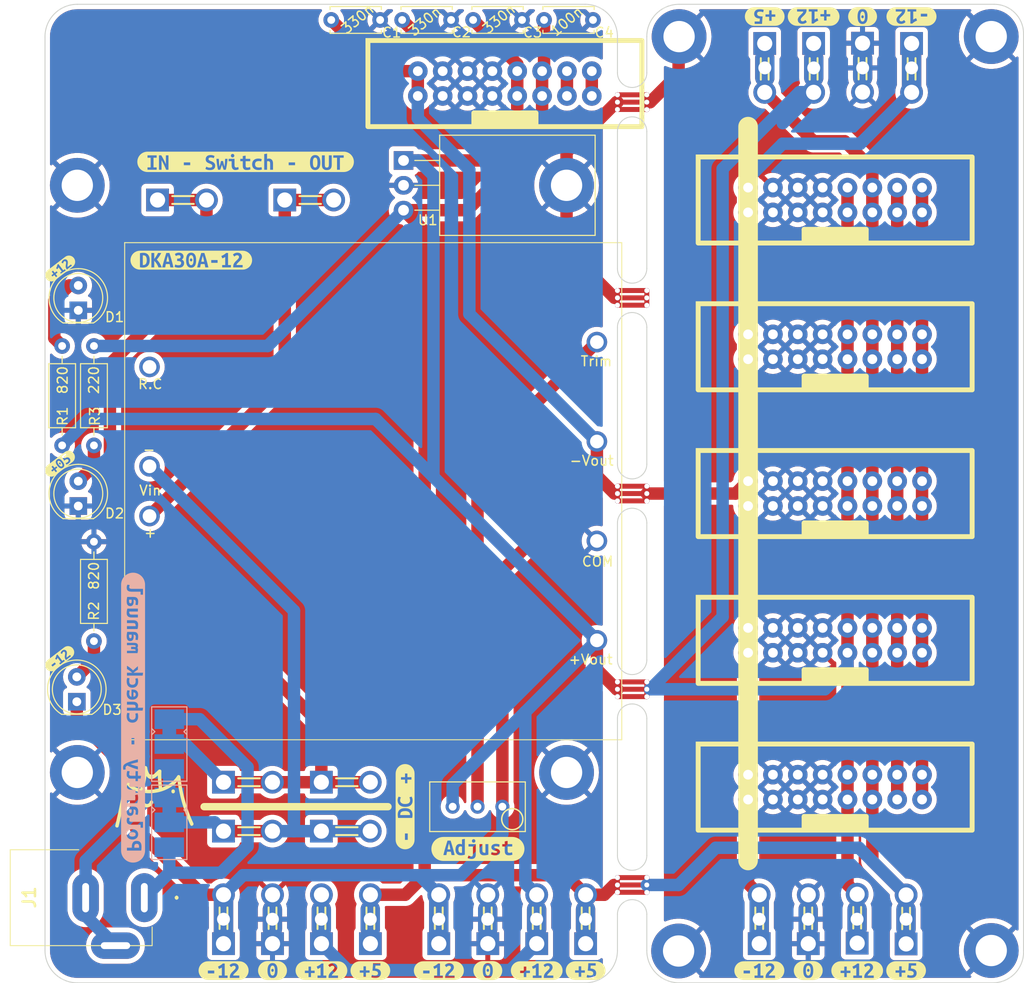
<source format=kicad_pcb>
(kicad_pcb (version 20211014) (generator pcbnew)
  (title_block (title "Chocolate") (date "2022-05-25") (rev "1.2") (company "Noise Kitchen") (comment 1 "Designed by Antonín Gazda for") (comment 2 "modu.monster/chocolate"))
  (layers (0 "F.Cu" signal) (31 "B.Cu" signal) (34 "B.Paste" user) (35 "F.Paste" user) (36 "B.SilkS" user "B.Silkscreen") (37 "F.SilkS" user "F.Silkscreen") (38 "B.Mask" user) (39 "F.Mask" user) (44 "Edge.Cuts" user))
  (net 0 "")
  (net 1 "+12V")
  (net 2 "GND")
  (net 3 "-12V")
  (net 4 "+5V")
  (net 5 "Net-(D1-Pad2)")
  (net 6 "Net-(D2-Pad2)")
  (net 7 "Net-(D3-Pad2)")
  (net 8 "barrel_tip")
  (net 9 "GATE")
  (net 10 "CV")
  (net 11 "+Vin_sw")
  (net 12 "-Vin")
  (net 14 "Net-(PS1-Pad8)")
  (net 15 "GATE_x")
  (net 16 "CV_x")
  (net 17 "barrel_sleeve")
  (net 18 "+Vin")
  (footprint "SamacSys_Parts:163179PHEX" (layer "F.Cu") (at 5 42.665)
    (fp_text reference "J1")
    (fp_text value "163-179PH-EX" hide)
  )
  (footprint "kibuzzard-62681944" (layer "F.Cu") (at 1.55 -23 37.5)
    (fp_text reference "kibuzzard-62681944" hide)
    (fp_text value "G***" hide)
  )
  (footprint "SamacSys_Parts:23765952" (layer "F.Cu") (at 50.25 45.9995 90)
    (fp_text reference "J11" hide)
    (fp_text value "Conn_01x01_Male" hide)
  )
  (footprint "kibuzzard-625DD7F9" (layer "F.Cu") (at 88 48.75)
    (fp_text reference "kibuzzard-625DD7F9" hide)
    (fp_text value "G***" hide)
  )
  (footprint "SamacSys_Parts:23765952" (layer "F.Cu") (at 28.24 29.5)
    (fp_text reference "J6" hide)
    (fp_text value "Conn_01x01_Male" hide)
  )
  (footprint "SamacSys_Parts:DKA30A12" (layer "F.Cu") (at 46.06 -22.92)
    (fp_text reference "PS1" hide)
    (fp_text value "DKA30A-12" hide)
  )
  (footprint "MountingHole:MountingHole_3.2mm_M3_DIN965_Pad" (layer "F.Cu") (at 3.3 -31.5)
    (fp_text reference "REF**" hide)
    (fp_text value "MountingHole_3.2mm_M3_DIN965_Pad" hide)
  )
  (footprint "SamacSys_Parts:23765952" (layer "F.Cu") (at 18.24 45.9995 90)
    (fp_text reference "J14" hide)
    (fp_text value "Conn_01x01_Male" hide)
  )
  (footprint "kibuzzard-625DD859" (layer "F.Cu") (at 45.25 48.75)
    (fp_text reference "kibuzzard-625DD859" hide)
    (fp_text value "G***" hide)
  )
  (footprint "SamacSys_Parts:16PinHeader-edgetoedge" (layer "F.Cu") (at 80.75 -15)
    (fp_text reference "J30" hide)
    (fp_text value "09185166324" hide)
  )
  (footprint "MountingHole:MountingHole_3.2mm_M3_DIN965_Pad" (layer "F.Cu") (at 3.3 28.5)
    (fp_text reference "REF**" hide)
    (fp_text value "MountingHole_3.2mm_M3_DIN965_Pad" hide)
  )
  (footprint "kibuzzard-625DD859" (layer "F.Cu") (at 83.55 -48.75 180)
    (fp_text reference "kibuzzard-625DD859" hide)
    (fp_text value "G***" hide)
  )
  (footprint "SamacSys_Parts:16PinHeader-edgetoedge" (layer "F.Cu") (at 47 -41.9)
    (fp_text reference "J18" hide)
    (fp_text value "09185166324" hide)
  )
  (footprint "LED_THT:LED_D5.0mm" (layer "F.Cu") (at 3.4 -18.725 90)
    (fp_text reference "D1")
    (fp_text value "LED")
  )
  (footprint "SamacSys_Parts:23765952" (layer "F.Cu") (at 83.548 -46.0215 -90)
    (fp_text reference "J24" hide)
    (fp_text value "Conn_01x01_Male" hide)
  )
  (footprint "SamacSys_Parts:23765952" (layer "F.Cu") (at 18.24 29.5)
    (fp_text reference "J4" hide)
    (fp_text value "Conn_01x01_Male" hide)
  )
  (footprint "SamacSys_Parts:23765952" (layer "F.Cu") (at 83 45.9495 90)
    (fp_text reference "J21" hide)
    (fp_text value "Conn_01x01_Male" hide)
  )
  (footprint "Panelization:mouse-bite-3mm-slot" (layer "F.Cu") (at 60 40 90)
    (fp_text reference "mouse-bite-3mm-slot" hide)
    (fp_text value "VAL**" hide)
    (fp_arc (start 3 1.5) (mid 1.5 0) (end 3 -1.5) (layer "Edge.Cuts") (width 0.1))
    (fp_arc (start -3 -1.5) (mid -1.5 0) (end -3 1.5) (layer "Edge.Cuts") (width 0.1))
  )
  (footprint "SamacSys_Parts:23765952" (layer "F.Cu") (at 88.002 46.0215 90)
    (fp_text reference "J19" hide)
    (fp_text value "Conn_01x01_Male" hide)
  )
  (footprint "SamacSys_Parts:23765952" (layer "F.Cu") (at 78 45.9995 90)
    (fp_text reference "J23" hide)
    (fp_text value "Conn_01x01_Male" hide)
  )
  (footprint "MountingHole:MountingHole_3.2mm_M3_DIN965_Pad" (layer "F.Cu") (at 96.7 46.7)
    (fp_text reference "REF**" hide)
    (fp_text value "MountingHole_3.2mm_M3_DIN965_Pad" hide)
  )
  (footprint "kibuzzard-625DD7F9" (layer "F.Cu") (at 55.25 48.75)
    (fp_text reference "kibuzzard-625DD7F9" hide)
    (fp_text value "G***" hide)
  )
  (footprint "Resistor_THT:R_Axial_DIN0207_L6.3mm_D2.5mm_P10.16mm_Horizontal" (layer "F.Cu") (at 5 -15.08 -90)
    (fp_text reference "R3")
    (fp_text value "220")
  )
  (footprint "Capacitor_THT:C_Disc_D5.0mm_W2.5mm_P5.00mm" (layer "F.Cu") (at 36.5 -48.4)
    (fp_text reference "C2")
    (fp_text value "330n")
  )
  (footprint "SamacSys_Parts:16PinHeader-edgetoedge" (layer "F.Cu") (at 80.75 0)
    (fp_text reference "J31" hide)
    (fp_text value "09185166324" hide)
  )
  (footprint "SamacSys_Parts:16PinHeader-edgetoedge" (layer "F.Cu") (at 80.75 15)
    (fp_text reference "J32" hide)
    (fp_text value "09185166324" hide)
  )
  (footprint "Resistor_THT:R_Axial_DIN0207_L6.3mm_D2.5mm_P10.16mm_Horizontal" (layer "F.Cu") (at 5 15.08 90)
    (fp_text reference "R2")
    (fp_text value "820")
  )
  (footprint "SamacSys_Parts:23765952" (layer "F.Cu") (at 45.25 45.9995 90)
    (fp_text reference "J13" hide)
    (fp_text value "Conn_01x01_Male" hide)
  )
  (footprint "Resistor_THT:R_Axial_DIN0207_L6.3mm_D2.5mm_P10.16mm_Horizontal" (layer "F.Cu") (at 1.75 -4.92 90)
    (fp_text reference "R1")
    (fp_text value "820")
  )
  (footprint "Panelization:mouse-bite-3mm-slot" (layer "F.Cu") (at 60 -40 90)
    (fp_text reference "mouse-bite-3mm-slot" hide)
    (fp_text value "VAL**" hide)
    (fp_arc (start 3 1.5) (mid 1.5 0) (end 3 -1.5) (layer "Edge.Cuts") (width 0.1))
    (fp_arc (start -3 -1.5) (mid -1.5 0) (end -3 1.5) (layer "Edge.Cuts") (width 0.1))
  )
  (footprint "ModuEurorack:Teblock04" (layer "F.Cu") (at 18.24 43.5)
    (fp_text reference "J16" hide)
    (fp_text value "Screw_Terminal_01x04" hide)
  )
  (footprint "kibuzzard-625DD823" (layer "F.Cu") (at 78.55 -48.75 180)
    (fp_text reference "kibuzzard-625DD823" hide)
    (fp_text value "G***" hide)
  )
  (footprint "Panelization:mouse-bite-3mm-slot" (layer "F.Cu") (at 60 -20 90)
    (fp_text reference "mouse-bite-3mm-slot" hide)
    (fp_text value "VAL**" hide)
    (fp_arc (start -3 -1.5) (mid -1.5 0) (end -3 1.5) (layer "Edge.Cuts") (width 0.1))
    (fp_arc (start 3 1.5) (mid 1.5 0) (end 3 -1.5) (layer "Edge.Cuts") (width 0.1))
  )
  (footprint "MountingHole:MountingHole_3.2mm_M3_DIN965_Pad" (layer "F.Cu") (at 53.3 -31.5)
    (fp_text reference "REF**" hide)
    (fp_text value "MountingHole_3.2mm_M3_DIN965_Pad" hide)
  )
  (footprint "kibuzzard-626836F6" (layer "F.Cu") (at 14.95 -23.85)
    (fp_text reference "kibuzzard-626836F6" hide)
    (fp_text value "G***" hide)
  )
  (footprint "SamacSys_Parts:23765952" (layer "F.Cu") (at 73.55 -45.9995 -90)
    (fp_text reference "J20" hide)
    (fp_text value "Conn_01x01_Male" hide)
  )
  (footprint "SamacSys_Parts:23765952" (layer "F.Cu") (at 24.5005 -30)
    (fp_text reference "J3" hide)
    (fp_text value "Conn_01x01_Male" hide)
  )
  (footprint "kibuzzard-626837AF" (layer "F.Cu") (at 44.24 36.32)
    (fp_text reference "kibuzzard-626837AF" hide)
    (fp_text value "G***" hide)
  )
  (footprint "kibuzzard-626819BC" (layer "F.Cu") (at 1.5 16.875 37.5)
    (fp_text reference "kibuzzard-626819BC" hide)
    (fp_text value "G***" hide)
  )
  (footprint "SamacSys_Parts:16PinHeader-edgetoedge" (layer "F.Cu") (at 80.75 -30)
    (fp_text reference "J29" hide)
    (fp_text value "09185166324" hide)
  )
  (footprint "MountingHole:MountingHole_3.2mm_M3_DIN965_Pad" (layer "F.Cu") (at 64.75 46.75)
    (fp_text reference "REF**" hide)
    (fp_text value "MountingHole_3.2mm_M3_DIN965_Pad" hide)
  )
  (footprint "SamacSys_Parts:23765952" (layer "F.Cu") (at 23.25 45.9995 90)
    (fp_text reference "J12" hide)
    (fp_text value "Conn_01x01_Male" hide)
  )
  (footprint "kibuzzard-625DD865" (layer "F.Cu") (at 18.25 48.75)
    (fp_text reference "kibuzzard-625DD865" hide)
    (fp_text value "G***" hide)
  )
  (footprint "SamacSys_Parts:23765952" (layer "F.Cu") (at 55.25 45.9995 90)
    (fp_text reference "J9" hide)
    (fp_text value "Conn_01x01_Male" hide)
  )
  (footprint "MountingHole:MountingHole_3.2mm_M3_DIN965_Pad" (layer "F.Cu") (at 64.8 -46.7)
    (fp_text reference "REF**" hide)
    (fp_text value "MountingHole_3.2mm_M3_DIN965_Pad" hide)
  )
  (footprint "kibuzzard-625DD7F9" (layer "F.Cu") (at 73.55 -48.75 180)
    (fp_text reference "kibuzzard-625DD7F9" hide)
    (fp_text value "G***" hide)
  )
  (footprint "Package_TO_SOT_THT:TO-220-3_Horizontal_TabDown" (layer "F.Cu") (at 36.64 -34.04 -90)
    (fp_text reference "U1")
    (fp_text value "L7805")
  )
  (footprint "SamacSys_Parts:23765952" (layer "F.Cu") (at 40.24 45.9995 90)
    (fp_text reference "J15" hide)
    (fp_text value "Conn_01x01_Male" hide)
  )
  (footprint "SamacSys_Parts:23765952" (layer "F.Cu") (at 28.24 34.5)
    (fp_text reference "J7" hide)
    (fp_text value "Conn_01x01_Male" hide)
  )
  (footprint "Potentiometer_THT:Potentiometer_Bourns_3296W_Vertical" (layer "F.Cu") (at 46.74 32)
    (fp_text reference "RV1" hide)
    (fp_text value "500k")
  )
  (footprint "Capacitor_THT:C_Disc_D5.0mm_W2.5mm_P5.00mm" (layer "F.Cu") (at 43.75 -48.4)
    (fp_text reference "C3")
    (fp_text value "330n")
  )
  (footprint "SamacSys_Parts:23765952" (layer "F.Cu") (at 11.5005 -30)
    (fp_text reference "J2" hide)
    (fp_text value "Conn_01x01_Male" hide)
  )
  (footprint "kibuzzard-625DD865" (layer "F.Cu") (at 73 48.75)
    (fp_text reference "kibuzzard-625DD865" hide)
    (fp_text value "G***" hide)
  )
  (footprint "SamacSys_Parts:23765952" (layer "F.Cu") (at 78.55 -45.9995 -90)
    (fp_text reference "J22" hide)
    (fp_text value "Conn_01x01_Male" hide)
  )
  (footprint "kibuzzard-62681B63" (layer "F.Cu") (at 36.8 32 90)
    (fp_text reference "kibuzzard-62681B63" hide)
    (fp_text value "G***" hide)
  )
  (footprint "LED_THT:LED_D5.0mm" (layer "F.Cu") (at 3.4 1.275 90)
    (fp_text reference "D2")
    (fp_text value "LED")
  )
  (footprint "SamacSys_Parts:23765952" (layer "F.Cu") (at 18.24 34.5)
    (fp_text reference "J5" hide)
    (fp_text value "Conn_01x01_Male" hide)
  )
  (footprint "SamacSys_Parts:16PinHeader-edgetoedge" (layer "F.Cu") (at 80.75 30)
    (fp_text reference "J33" hide)
    (fp_text value "09185166324" hide)
  )
  (footprint "ModuEurorack:Teblock04" (layer "F.Cu") (at 40.24 43.5)
    (fp_text reference "J17" hide)
    (fp_text value "Screw_Terminal_01x04" hide)
  )
  (footprint "SamacSys_Parts:23765952" (layer "F.Cu") (at 33.25 45.9995 90)
    (fp_text reference "J8" hide)
    (fp_text value "Conn_01x01_Male" hide)
  )
  (footprint "Capacitor_THT:C_Disc_D5.0mm_W2.5mm_P5.00mm" (layer "F.Cu") (at 29.25 -48.4)
    (fp_text reference "C1")
    (fp_text value "330n")
  )
  (footprint "kibuzzard-62681962" (layer "F.Cu") (at 1.525 -3.05 37.5)
    (fp_text reference "kibuzzard-62681962" hide)
    (fp_text value "G***" hide)
  )
  (footprint "Panelization:mouse-bite-3mm-slot" (layer "F.Cu") (at 60 0 90)
    (fp_text reference "mouse-bite-3mm-slot" hide)
    (fp_text value "VAL**" hide)
    (fp_arc (start 3 1.5) (mid 1.5 0) (end 3 -1.5) (layer "Edge.Cuts") (width 0.1))
    (fp_arc (start -3 -1.5) (mid -1.5 0) (end -3 1.5) (layer "Edge.Cuts") (width 0.1))
  )
  (footprint "SamacSys_Parts:23765952" (layer "F.Cu") (at 88.56 -45.9995 -90)
    (fp_text reference "J26" hide)
    (fp_text value "Conn_01x01_Male" hide)
  )
  (footprint "kibuzzard-625DD823" (layer "F.Cu") (at 50.25 48.75)
    (fp_text reference "kibuzzard-625DD823" hide)
    (fp_text value "G***" hide)
  )
  (footprint "LED_THT:LED_D5.0mm" (layer "F.Cu") (at 3.25 21.275 90)
    (fp_text reference "D3")
    (fp_text value "LED")
  )
  (footprint "kibuzzard-625DD823" (layer "F.Cu") (at 28.25 48.75)
    (fp_text reference "kibuzzard-625DD823" hide)
    (fp_text value "G***" hide)
  )
  (footprint "kibuzzard-625DD823" (layer "F.Cu") (at 83 48.75)
    (fp_text reference "kibuzzard-625DD823" hide)
    (fp_text value "G***" hide)
  )
  (footprint "Capacitor_THT:C_Disc_D5.0mm_W2.5mm_P5.00mm" (layer "F.Cu") (at 51 -48.4)
    (fp_text reference "C4")
    (fp_text value "100n")
  )
  (footprint "kibuzzard-625DD7F9" (layer "F.Cu") (at 33.25 48.75)
    (fp_text reference "kibuzzard-625DD7F9" hide)
    (fp_text value "G***" hide)
  )
  (footprint "kibuzzard-6277EFC0" (layer "F.Cu") (at 20.5 -33.9)
    (fp_text reference "kibuzzard-6277EFC0" hide)
    (fp_text value "G***" hide)
  )
  (footprint "MountingHole:MountingHole_3.2mm_M3_DIN965_Pad" (layer "F.Cu") (at 53.3 28.5 90)
    (fp_text reference "REF**" hide)
    (fp_text value "MountingHole_3.2mm_M3_DIN965_Pad" hide)
  )
  (footprint "LOGO" (layer "F.Cu") (at 11.176 30.988)
    (fp_text reference "G***" hide)
    (fp_text value "LOGO" hide)
  )
  (footprint "ModuEurorack:Teblock04" (layer "F.Cu") (at 72.99 43.5)
    (fp_text reference "J27" hide)
    (fp_text value "Screw_Terminal_01x04" hide)
  )
  (footprint "kibuzzard-625DD859" (layer "F.Cu") (at 78 48.75)
    (fp_text reference "kibuzzard-625DD859" hide)
    (fp_text value "G***" hide)
  )
  (footprint "Panelization:mouse-bite-3mm-slot" (layer "F.Cu") (at 60 20 90)
    (fp_text reference "mouse-bite-3mm-slot" hide)
    (fp_text value "VAL**" hide)
    (fp_arc (start 3 1.5) (mid 1.5 0) (end 3 -1.5) (layer "Edge.Cuts") (width 0.1))
    (fp_arc (start -3 -1.5) (mid -1.5 0) (end -3 1.5) (layer "Edge.Cuts") (width 0.1))
  )
  (footprint "kibuzzard-625DD859" (layer "F.Cu") (at 23.25 48.75)
    (fp_text reference "kibuzzard-625DD859" hide)
    (fp_text value "G***" hide)
  )
  (footprint "SamacSys_Parts:23765952" (layer "F.Cu") (at 72.99 45.9995 90)
    (fp_text reference "J25" hide)
    (fp_text value "Conn_01x01_Male" hide)
  )
  (footprint "ModuEurorack:Teblock04" (layer "F.Cu") (at 88.56 -43.5 180)
    (fp_text reference "J28" hide)
    (fp_text value "Screw_Terminal_01x04" hide)
  )
  (footprint "MountingHole:MountingHole_3.2mm_M3_DIN965_Pad" (layer "F.Cu") (at 96.7 -46.7)
    (fp_text reference "REF**" hide)
    (fp_text value "MountingHole_3.2mm_M3_DIN965_Pad" hide)
  )
  (footprint "kibuzzard-625DD865" (layer "F.Cu") (at 88.55 -48.75 180)
    (fp_text reference "kibuzzard-625DD865" hide)
    (fp_text value "G***" hide)
  )
  (footprint "SamacSys_Parts:23765952" (layer "F.Cu") (at 28.25 45.9995 90)
    (fp_text reference "J10" hide)
    (fp_text value "Conn_01x01_Male" hide)
  )
  (footprint "kibuzzard-625DD865" (layer "F.Cu") (at 40.25 48.75)
    (fp_text reference "kibuzzard-625DD865" hide)
    (fp_text value "G***" hide)
  )
  (footprint "ModuEurorack:SolderJumper-3_P1.3mm_Bridged12_Pad-BIG" (layer "B.Cu") (at 12.7 25.6 -90)
    (fp_text reference "JP1" hide)
    (fp_text value "Jumper_3_Bridged12" hide)
  )
  (footprint "ModuEurorack:SolderJumper-3_P1.3mm_Bridged12_Pad-BIG" (layer "B.Cu") (at 12.7 33.6 -90)
    (fp_text reference "JP2" hide)
    (fp_text value "Jumper_3_Bridged12" hide)
  )
  (footprint "kibuzzard-6277EF73" (layer "B.Cu") (at 9 22.9 90)
    (fp_text reference "kibuzzard-6277EF73" hide)
    (fp_text value "G***" hide)
  )
  (gr_line (start 35.052 32) (end 16.256 32) (layer "F.SilkS") (width 0.75))
  (gr_line (start 71.85 37.5) (end 71.85 -37.5) (layer "F.SilkS") (width 2))
  (gr_circle (center 47.752 33.274) (end 46.99 32.512) (layer "F.SilkS") (width 0.15) (fill none))
  (gr_line (start 58.5 -23) (end 58.5 -37) (layer "Edge.Cuts") (width 0.1))
  (gr_arc (start 58.5 46.7) (mid 57.533452 49.033452) (end 55.2 50) (layer "Edge.Cuts") (width 0.1))
  (gr_line (start 58.5 43) (end 58.5 46.7) (layer "Edge.Cuts") (width 0.1))
  (gr_line (start 55.2 50) (end 3.3 50) (layer "Edge.Cuts") (width 0.1))
  (gr_line (start 61.5 3) (end 61.5 17) (layer "Edge.Cuts") (width 0.1))
  (gr_arc (start 55.2 -50) (mid 57.533452 -49.033452) (end 58.5 -46.7) (layer "Edge.Cuts") (width 0.1))
  (gr_line (start 58.5 37) (end 58.5 23) (layer "Edge.Cuts") (width 0.1))
  (gr_arc (start 3.3 50) (mid 0.966548 49.033452) (end 0 46.7) (layer "Edge.Cuts") (width 0.1))
  (gr_arc (start 61.5 -46.7) (mid 62.466548 -49.033452) (end 64.8 -50) (layer "Edge.Cuts") (width 0.1))
  (gr_arc (start 0 -46.7) (mid 0.966548 -49.033452) (end 3.3 -50) (layer "Edge.Cuts") (width 0.1))
  (gr_line (start 58.5 -43) (end 58.5 -46.7) (layer "Edge.Cuts") (width 0.1))
  (gr_line (start 100 -47) (end 100 46.7) (layer "Edge.Cuts") (width 0.1))
  (gr_arc (start 100 46.7) (mid 99.183452 48.97132) (end 97 50) (layer "Edge.Cuts") (width 0.1))
  (gr_line (start 61.5 -43) (end 61.5 -46.7) (layer "Edge.Cuts") (width 0.1))
  (gr_line (start 61.5 43) (end 61.5 46.7) (layer "Edge.Cuts") (width 0.1))
  (gr_arc (start 64.8 50) (mid 62.466548 49.033452) (end 61.5 46.7) (layer "Edge.Cuts") (width 0.1))
  (gr_line (start 64.8 -50) (end 97 -50) (layer "Edge.Cuts") (width 0.1))
  (gr_line (start 61.5 -37) (end 61.5 -23) (layer "Edge.Cuts") (width 0.1))
  (gr_line (start 61.5 -17) (end 61.5 -3) (layer "Edge.Cuts") (width 0.1))
  (gr_arc (start 97 -50) (mid 99.12132 -49.12132) (end 100 -47) (layer "Edge.Cuts") (width 0.1))
  (gr_line (start 58.5 17) (end 58.5 3) (layer "Edge.Cuts") (width 0.1))
  (gr_line (start 97 50) (end 64.8 50) (layer "Edge.Cuts") (width 0.1))
  (gr_line (start 58.5 -3) (end 58.5 -17) (layer "Edge.Cuts") (width 0.1))
  (gr_line (start 61.5 23) (end 61.5 37) (layer "Edge.Cuts") (width 0.1))
  (gr_line (start 3.3 -50) (end 55.2 -50) (layer "Edge.Cuts") (width 0.1))
  (gr_line (start 0 -46.7) (end 0 46.7) (layer "Edge.Cuts") (width 0.1))
  (segment (start 36.5 -48.4) (end 38.952 -45.948) (width 1.27) (layer "F.Cu") (net 1))
  (segment (start 58.5 20) (end 58.5 20.75) (width 0.508) (layer "F.Cu") (net 1))
  (segment (start 82.01 39.9595) (end 83 40.9495) (width 1.27) (layer "F.Cu") (net 1))
  (segment (start 56.4 15) (end 56.4 17.980456) (width 1.27) (layer "F.Cu") (net 1))
  (segment (start 56.4 17.980456) (end 58.419544 20) (width 1.27) (layer "F.Cu") (net 1))
  (segment (start 48.26 -40.63) (end 48.26 -37.66) (width 1.27) (layer "F.Cu") (net 1))
  (segment (start 48.26 -43.89) (end 48.26 -43.17) (width 1.27) (layer "F.Cu") (net 1))
  (segment (start 58.419544 20) (end 58.5 20) (width 1.27) (layer "F.Cu") (net 1))
  (segment (start 58.5 20.75) (end 61.488 20.75) (width 0.508) (layer "F.Cu") (net 1))
  (segment (start 38.952 -45.948) (end 46.202 -45.948) (width 1.27) (layer "F.Cu") (net 1))
  (segment (start 82.01 31.27) (end 82.01 -31.27) (width 1.27) (layer "F.Cu") (net 1))
  (segment (start 48.26 -37.66) (end 44.64 -34.04) (width 1.27) (layer "F.Cu") (net 1))
  (segment (start 43.75 -48.4) (end 46.202 -45.948) (width 1.27) (layer "F.Cu") (net 1))
  (segment (start 58.5 19.25) (end 61.5 19.25) (width 0.508) (layer "F.Cu") (net 1))
  (segment (start 58.5 20) (end 61.5 20) (width 0.508) (layer "F.Cu") (net 1))
  (segment (start 46.202 -45.948) (end 48.26 -43.89) (width 1.27) (layer "F.Cu") (net 1))
  (segment (start 48.26 -43.17) (end 48.26 -40.63) (width 1.27) (layer "F.Cu") (net 1))
  (segment (start 82.01 31.27) (end 82.01 39.9595) (width 1.27) (layer "F.Cu") (net 1))
  (segment (start 58.5 19.25) (end 58.5 20) (width 0.508) (layer "F.Cu") (net 1))
  (segment (start 61.5 20) (end 61.5 19.25) (width 0.508) (layer "F.Cu") (net 1))
  (segment (start 44.64 -34.04) (end 36.64 -34.04) (width 1.27) (layer "F.Cu") (net 1))
  (segment (start 61.5 20.762) (end 61.5 20) (width 0.508) (layer "F.Cu") (net 1))
  (segment (start 49.0875 39.837) (end 49.0875 22.3125) (width 1.27) (layer "B.Cu") (net 1))
  (segment (start 78.5285 -41.021) (end 78.55 -40.9995) (width 1.27) (layer "B.Cu") (net 1))
  (segment (start 69.25 -33.182) (end 77.089 -41.021) (width 1.27) (layer "B.Cu") (net 1))
  (segment (start 50.25 45.9995) (end 47.5495 48.7) (width 1.27) (layer "B.Cu") (net 1))
  (segment (start 1.75 -4.92) (end 4.45 -7.62) (width 1.27) (layer "B.Cu") (net 1))
  (segment (start 41.66 29.74) (end 41.66 32) (width 1.27) (layer "B.Cu") (net 1))
  (segment (start 39.7 -32.5) (end 39.7 -1.7) (width 1.27) (layer "B.Cu") (net 1))
  (segment (start 50.25 40.9995) (end 49.0875 39.837) (width 1.27) (layer "B.Cu") (net 1))
  (segment (start 61.853553 20) (end 69.25 12.603553) (width 1.27) (layer "B.Cu") (net 1))
  (segment (start 82.01 17.684213) (end 79.694213 20) (width 1.27) (layer "B.Cu") (net 1))
  (segment (start 79.694213 20) (end 61.853553 20) (width 1.27) (layer "B.Cu") (net 1))
  (segment (start 82.01 16.27) (end 82.01 17.684213) (width 1.27) (layer "B.Cu") (net 1))
  (segment (start 4.45 -7.62) (end 33.78 -7.62) (width 1.27) (layer "B.Cu") (net 1))
  (segment (start 30.9505 48.7) (end 28.25 45.9995) (width 1.27) (layer "B.Cu") (net 1))
  (segment (start 33.78 -7.62) (end 39.7 -1.7) (width 1.27) (layer "B.Cu") (net 1))
  (segment (start 36.64 -34.04) (end 38.16 -34.04) (width 1.27) (layer "B.Cu") (net 1))
  (segment (start 49.0875 22.3125) (end 56.4 15) (width 1.27) (layer "B.Cu") (net 1))
  (segment (start 39.7 -1.7) (end 56.4 15) (width 1.27) (layer "B.Cu") (net 1))
  (segment (start 77.089 -41.021) (end 78.5285 -41.021) (width 1.27) (layer "B.Cu") (net 1))
  (segment (start 69.25 12.603553) (end 69.25 -33.182) (width 1.27) (layer "B.Cu") (net 1))
  (segment (start 38.16 -34.04) (end 39.7 -32.5) (width 1.27) (layer "B.Cu") (net 1))
  (segment (start 49.0875 22.3125) (end 41.66 29.74) (width 1.27) (layer "B.Cu") (net 1))
  (segment (start 47.5495 48.7) (end 30.9505 48.7) (width 1.27) (layer "B.Cu") (net 1))
  (segment (start 78.55 -40.9995) (end 75.3965 -37.846) (width 1.27) (layer "B.Cu") (net 1))
  (segment (start 58.5 -20) (end 61.5 -20) (width 0.508) (layer "F.Cu") (net 2))
  (segment (start 53.3 -30) (end 53.3 -34.892456) (width 1.27) (layer "F.Cu") (net 2))
  (segment (start 58.5 -20.75) (end 61.5 -20.75) (width 0.508) (layer "F.Cu") (net 2))
  (segment (start 58.5 -40.75) (end 61.5 -40.75) (width 0.508) (layer "F.Cu") (net 2))
  (segment (start 61.488 -39.25) (end 61.5 -39.238) (width 0.508) (layer "F.Cu") (net 2))
  (segment (start 53.3 -30) (end 53.3 -24.9) (width 1.27) (layer "F.Cu") (net 2))
  (segment (start 58.407544 -40) (end 58.5 -40) (width 1.27) (layer "F.Cu") (net 2))
  (segment (start 53.3 -24.9) (end 58.2 -20) (width 1.27) (layer "F.Cu") (net 2))
  (segment (start 53.3 -34.892456) (end 58.407544 -40) (width 1.27) (layer "F.Cu") (net 2))
  (segment (start 61.5 -20) (end 61.5 -20.75) (width 0.508) (layer "F.Cu") (net 2))
  (segment (start 61.5 -39.238) (end 61.5 -40) (width 0.508) (layer "F.Cu") (net 2))
  (segment (start 58.5 -20.75) (end 58.5 -20) (width 0.508) (layer "F.Cu") (net 2))
  (segment (start 61.5 -19.238) (end 61.5 -20) (width 0.508) (layer "F.Cu") (net 2))
  (segment (start 61.844 -40) (end 64.75 -42.906) (width 1.27) (layer "F.Cu") (net 2))
  (segment (start 64.75 -42.906) (end 64.75 -46.75) (width 1.27) (layer "F.Cu") (net 2))
  (segment (start 61.5 -40) (end 61.844 -40) (width 1.27) (layer "F.Cu") (net 2))
  (segment (start 58.5 -20) (end 58.5 -19.25) (width 0.508) (layer "F.Cu") (net 2))
  (segment (start 58.5 -40) (end 58.5 -39.25) (width 0.508) (layer "F.Cu") (net 2))
  (segment (start 58.5 -40) (end 61.5 -40) (width 0.508) (layer "F.Cu") (net 2))
  (segment (start 58.5 -19.25) (end 61.488 -19.25) (width 0.508) (layer "F.Cu") (net 2))
  (segment (start 58.5 -39.25) (end 61.488 -39.25) (width 0.508) (layer "F.Cu") (net 2))
  (segment (start 61.5 -40) (end 61.5 -40.75) (width 0.508) (layer "F.Cu") (net 2))
  (segment (start 58.5 -40.75) (end 58.5 -40) (width 0.508) (layer "F.Cu") (net 2))
  (segment (start 46.74 32) (end 46.74 7.86) (width 1.27) (layer "F.Cu") (net 3))
  (segment (start 18.24 40.9995) (end 16.0995 40.9995) (width 1.27) (layer "F.Cu") (net 3))
  (segment (start 58.5 -0.75) (end 58.5 0) (width 0.508) (layer "F.Cu") (net 3))
  (segment (start 56.4 -5.32) (end 56.4 -1.8) (width 1.27) (layer "F.Cu") (net 3))
  (segment (start 16.0995 40.9995) (end 9.3 34.2) (width 1.27) (layer "F.Cu") (net 3))
  (segment (start 71.85 -31.27) (end 71.85 31.27) (width 1.27) (layer "F.Cu") (net 3))
  (segment (start 56.4 -1.8) (end 58.2 0) (width 1.27) (layer "F.Cu") (net 3))
  (segment (start 58.5 -0.75) (end 61.5 -0.75) (width 0.508) (layer "F.Cu") (net 3))
  (segment (start 46.74 7.86) (end 56.4 -1.8) (width 1.27) (layer "F.Cu") (net 3))
  (segment (start 3.25 21.275) (end 3.25 23.05) (width 1.27) (layer "F.Cu") (net 3))
  (segment (start 71.85 39.8595) (end 72.99 40.9995) (width 1.27) (layer "F.Cu") (net 3))
  (segment (start 61.5 0) (end 70.58 0) (width 1.27) (layer "F.Cu") (net 3))
  (segment (start 71.85 31.27) (end 71.85 39.8595) (width 1.27) (layer "F.Cu") (net 3))
  (segment (start 58.5 0) (end 61.5 0) (width 0.508) (layer "F.Cu") (net 3))
  (segment (start 61.5 0.762) (end 61.5 0) (width 0.508) (layer "F.Cu") (net 3))
  (segment (start 38.1 -43.17) (end 38.1 -40.63) (width 1.27) (layer "F.Cu") (net 3))
  (segment (start 58.5 0.75) (end 61.488 0.75) (width 0.508) (layer "F.Cu") (net 3))
  (segment (start 61.5 0) (end 61.5 -0.75) (width 0.508) (layer "F.Cu") (net 3))
  (segment (start 29.25 -48.4) (end 34.48 -43.17) (width 1.27) (layer "F.Cu") (net 3))
  (segment (start 9.3 34.2) (end 9.3 29.1) (width 1.27) (layer "F.Cu") (net 3))
  (segment (start 58.5 0) (end 58.5 0.75) (width 0.508) (layer "F.Cu") (net 3))
  (segment (start 34.48 -43.17) (end 38.1 -43.17) (width 1.27) (layer "F.Cu") (net 3))
  (segment (start 70.58 0) (end 71.85 -1.27) (width 1.27) (layer "F.Cu") (net 3))
  (segment (start 3.25 23.05) (end 9.3 29.1) (width 1.27) (layer "F.Cu") (net 3))
  (segment (start 46.74 34.76) (end 46.74 32) (width 1.27) (layer "B.Cu") (net 3))
  (segment (start 42.497511 39.002489) (end 46.74 34.76) (width 1.27) (layer "B.Cu") (net 3))
  (segment (start 75.378716 -35.75) (end 83.3105 -35.75) (width 1.27) (layer "B.Cu") (net 3))
  (segment (start 71.85 -32.221284) (end 75.378716 -35.75) (width 1.27) (layer "B.Cu") (net 3))
  (segment (start 38.242989 39.002489) (end 20.237011 39.002489) (width 1.27) (layer "B.Cu") (net 3))
  (segment (start 38.242989 39.002489) (end 42.497511 39.002489) (width 1.27) (layer "B.Cu") (net 3))
  (segment (start 38.1 -40.63) (end 38.1 -38.343) (width 1.27) (layer "B.Cu") (net 3))
  (segment (start 43.365 -33.078) (end 43.365 -18.355) (width 1.27) (layer "B.Cu") (net 3))
  (segment (start 71.85 -31.27) (end 71.85 -32.221284) (width 1.27) (layer "B.Cu") (net 3))
  (segment (start 38.1 -38.343) (end 43.365 -33.078) (width 1.27) (layer "B.Cu") (net 3))
  (segment (start 40.24 40.9995) (end 38.242989 39.002489) (width 1.27) (layer "B.Cu") (net 3))
  (segment (start 83.3105 -35.75) (end 88.56 -40.9995) (width 1.27) (layer "B.Cu") (net 3))
  (segment (start 20.237011 39.002489) (end 18.24 40.9995) (width 1.27) (layer "B.Cu") (net 3))
  (segment (start 43.365 -18.355) (end 56.4 -5.32) (width 1.27) (layer "B.Cu") (net 3))
  (segment (start 57.1505 40.9995) (end 58.15 40) (width 1.27) (layer "F.Cu") (net 4))
  (segment (start 36.805478 40.9995) (end 38.802489 39.002489) (width 1.27) (layer "F.Cu") (net 4))
  (segment (start 50.8 -43.17) (end 50.8 -40.63) (width 1.27) (layer "F.Cu") (net 4))
  (segment (start 38.802489 39.002489) (end 38.802489 -26.797511) (width 1.27) (layer "F.Cu") (net 4))
  (segment (start 84.55 37.5695) (end 88.002 41.0215) (width 1.27) (layer "F.Cu") (net 4))
  (segment (start 61.5 40) (end 61.5 39.25) (width 0.508) (layer "F.Cu") (net 4))
  (segment (start 84.55 -31.27) (end 84.55 31.27) (width 1.27) (layer "F.Cu") (net 4))
  (segment (start 33.25 40.9995) (end 36.805478 40.9995) (width 1.27) (layer "F.Cu") (net 4))
  (segment (start 38.802489 39.002489) (end 53.252989 39.002489) (width 1.27) (layer "F.Cu") (net 4))
  (segment (start 58.5 40) (end 58.5 40.75) (width 0.508) (layer "F.Cu") (net 4))
  (segment (start 51 -48.4) (end 51 -43.37) (width 1.27) (layer "F.Cu") (net 4))
  (segment (start 58.5 40) (end 61.5 40) (width 0.508) (layer "F.Cu") (net 4))
  (segment (start 58.5 39.25) (end 61.5 39.25) (width 0.508) (layer "F.Cu") (net 4))
  (segment (start 53.252989 39.002489) (end 55.25 40.9995) (width 1.27) (layer "F.Cu") (net 4))
  (segment (start 58.5 39.25) (end 58.5 40) (width 0.508) (layer "F.Cu") (net 4))
  (segment (start 50.8 -36.6) (end 43.16 -28.96) (width 1.27) (layer "F.Cu") (net 4))
  (segment (start 58.5 40.75) (end 61.488 40.75) (width 0.508) (layer "F.Cu") (net 4))
  (segment (start 38.802489 -26.797511) (end 36.64 -28.96) (width 1.27) (layer "F.Cu") (net 4))
  (segment (start 61.5 40.762) (end 61.5 40) (width 0.508) (layer "F.Cu") (net 4))
  (segment (start 78.545 -36.0045) (end 81.7245 -36.0045) (width 1.27) (layer "F.Cu") (net 4))
  (segment (start 84.55 -31.27) (end 84.55 -33.179) (width 1.27) (layer "F.Cu") (net 4))
  (segment (start 50.8 -40.63) (end 50.8 -36.6) (width 1.27) (layer "F.Cu") (net 4))
  (segment (start 43.16 -28.96) (end 36.64 -28.96) (width 1.27) (layer "F.Cu") (net 4))
  (segment (start 55.25 40.9995) (end 57.1505 40.9995) (width 1.27) (layer "F.Cu") (net 4))
  (segment (start 84.55 -33.179) (end 81.7245 -36.0045) (width 1.27) (layer "F.Cu") (net 4))
  (segment (start 84.55 31.27) (end 84.55 37.5695) (width 1.27) (layer "F.Cu") (net 4))
  (segment (start 51 -43.37) (end 50.8 -43.17) (width 1.27) (layer "F.Cu") (net 4))
  (segment (start 73.55 -40.9995) (end 78.545 -36.0045) (width 1.27) (layer "F.Cu") (net 4))
  (segment (start 64.75 40) (end 68.55 36.2) (width 1.27) (layer "B.Cu") (net 4))
  (segment (start 61.5 40) (end 64.75 40) (width 1.27) (layer "B.Cu") (net 4))
  (segment (start 22.76 -15.08) (end 36.64 -28.96) (width 1.27) (layer "B.Cu") (net 4))
  (segment (start 68.55 36.2) (end 83.1805 36.2) (width 1.27) (layer "B.Cu") (net 4))
  (segment (start 5 -15.08) (end 22.76 -15.08) (width 1.27) (layer "B.Cu") (net 4))
  (segment (start 83.1805 36.2) (end 88.002 41.0215) (width 1.27) (layer "B.Cu") (net 4))
  (segment (start 2.470978 -21.265) (end 0.950001 -19.744023) (width 1.27) (layer "F.Cu") (net 5))
  (segment (start 0.950001 -15.879999) (end 1.75 -15.08) (width 1.27) (layer "F.Cu") (net 5))
  (segment (start 3.4 -21.265) (end 2.470978 -21.265) (width 1.27) (layer "F.Cu") (net 5))
  (segment (start 0.950001 -19.744023) (end 0.950001 -15.879999) (width 1.27) (layer "F.Cu") (net 5))
  (segment (start 5 -2.865) (end 3.4 -1.265) (width 1.27) (layer "F.Cu") (net 6))
  (segment (start 5 -4.92) (end 5 -2.865) (width 1.27) (layer "F.Cu") (net 6))
  (segment (start 5 16.985) (end 3.25 18.735) (width 1.27) (layer "F.Cu") (net 7))
  (segment (start 5 15.08) (end 5 16.985) (width 1.27) (layer "F.Cu") (net 7))
  (segment (start 20.7 27.965978) (end 20.7 36.034022) (width 1.27) (layer "B.Cu") (net 8))
  (segment (start 12.7 23.06) (end 15.794022 23.06) (width 1.27) (layer "B.Cu") (net 8))
  (segment (start 12.7 38.75) (end 10.15 41.3) (width 1.27) (layer "B.Cu") (net 8))
  (segment (start 12.7 36.14) (end 12.7 38.75) (width 1.27) (layer "B.Cu") (net 8))
  (segment (start 15.794022 23.06) (end 20.7 27.965978) (width 1.27) (layer "B.Cu") (net 8))
  (segment (start 17.984022 38.75) (end 12.7 38.75) (width 1.27) (layer "B.Cu") (net 8))
  (segment (start 20.7 36.034022) (end 17.984022 38.75) (width 1.27) (layer "B.Cu") (net 8))
  (segment (start 87.09 31.27) (end 87.09 -31.27) (width 1.27) (layer "F.Cu") (net 9))
  (segment (start 89.63 -31.27) (end 89.63 31.27) (width 1.27) (layer "F.Cu") (net 10))
  (segment (start 24.5005 -11.5205) (end 24.5005 -30) (width 1.27) (layer "F.Cu") (net 11))
  (segment (start 10.68 2.3) (end 24.5005 -11.5205) (width 1.27) (layer "F.Cu") (net 11))
  (segment (start 24.5005 -30) (end 29.5005 -30) (width 1.27) (layer "F.Cu") (net 11))
  (segment (start 18.24 34.5) (end 23.24 34.5) (width 1.27) (layer "F.Cu") (net 12))
  (segment (start 25.444 11.984) (end 25.444 34.5) (width 1.27) (layer "B.Cu") (net 12))
  (segment (start 12.7 33.6) (end 17.34 33.6) (width 1.27) (layer "B.Cu") (net 12))
  (segment (start 28.24 34.5) (end 33.24 34.5) (width 1.27) (layer "B.Cu") (net 12))
  (segment (start 10.68 -2.78) (end 25.444 11.984) (width 1.27) (layer "B.Cu") (net 12))
  (segment (start 25.444 34.5) (end 28.24 34.5) (width 1.27) (layer "B.Cu") (net 12))
  (segment (start 17.34 33.6) (end 18.24 34.5) (width 1.27) (layer "B.Cu") (net 12))
  (segment (start 23.24 34.5) (end 25.444 34.5) (width 1.27) (layer "B.Cu") (net 12))
  (segment (start 56.4 -15.48) (end 44.2 -3.28) (width 1.27) (layer "F.Cu") (net 14))
  (segment (start 44.2 -3.28) (end 44.2 32) (width 1.27) (layer "F.Cu") (net 14))
  (segment (start 53.34 -43.17) (end 53.34 -40.63) (width 1.27) (layer "F.Cu") (net 15))
  (segment (start 55.88 -43.17) (end 55.88 -40.63) (width 1.27) (layer "F.Cu") (net 16))
  (segment (start 4.15 41.3) (end 4.15 43.15) (width 1.27) (layer "B.Cu") (net 17))
  (segment (start 12.7 31.06) (end 12.7 28.14) (width 1.27) (layer "B.Cu") (net 17))
  (segment (start 4.15 43.15) (end 7.2 46.2) (width 1.27) (layer "B.Cu") (net 17))
  (segment (start 10.62 31.06) (end 12.7 31.06) (width 1.27) (layer "B.Cu") (net 17))
  (segment (start 4.15 37.53) (end 10.62 31.06) (width 1.27) (layer "B.Cu") (net 17))
  (segment (start 4.15 41.3) (end 4.15 37.53) (width 1.27) (layer "B.Cu") (net 17))
  (segment (start 6.634511 -13.238511) (end 6.634511 2.062511) (width 1.27) (layer "F.Cu") (net 18))
  (segment (start 16.5005 -30) (end 16.5005 -23.1045) (width 1.27) (layer "F.Cu") (net 18))
  (segment (start 28.24 23.668) (end 28.24 29.5) (width 1.27) (layer "F.Cu") (net 18))
  (segment (start 16.5005 -23.1045) (end 6.634511 -13.238511) (width 1.27) (layer "F.Cu") (net 18))
  (segment (start 23.24 29.5) (end 28.24 29.5) (width 1.27) (layer "F.Cu") (net 18))
  (segment (start 16.5005 -30) (end 11.5005 -30) (width 1.27) (layer "F.Cu") (net 18))
  (segment (start 6.634511 2.062511) (end 28.24 23.668) (width 1.27) (layer "F.Cu") (net 18))
  (segment (start 28.24 29.5) (end 33.24 29.5) (width 1.27) (layer "F.Cu") (net 18))
  (segment (start 18.24 29.5) (end 23.24 29.5) (width 1.27) (layer "F.Cu") (net 18))
  (segment (start 12.7 25.6) (end 14.34 25.6) (width 1.27) (layer "B.Cu") (net 18))
  (segment (start 14.34 25.6) (end 18.24 29.5) (width 1.27) (layer "B.Cu") (net 18))
  (zone (net 2) (net_name "GND") (layers F&B.Cu) (connect_pads (clearance 0.508)) (min_thickness 0.254) (fill yes (thermal_gap 0.508) (thermal_bridge_width 0.508))
    (polygon (pts (xy 100 50) (xy 61.25 50) (xy 61.5 -50) (xy 100 -50)))
  )
  (zone (net 2) (net_name "GND") (layers F&B.Cu) (connect_pads (clearance 0.508)) (min_thickness 0.254) (fill yes (thermal_gap 0.508) (thermal_bridge_width 0.508))
    (polygon (pts (xy 58.5 50) (xy 0 50) (xy 0 -50) (xy 58.5 -50)))
  )
  (zone (net 0) (net_name "") (layers F&B.Cu) (connect_pads (clearance 0)) (min_thickness 0.254)
    (keepout (tracks allowed) (vias allowed) (pads allowed) (copperpour not_allowed) (footprints allowed))
    (fill (thermal_gap 0.508) (thermal_bridge_width 0.508))
    (polygon (pts (xy 63.25 50) (xy 57 50) (xy 57 -50) (xy 63.25 -50)))
  )
)
</source>
